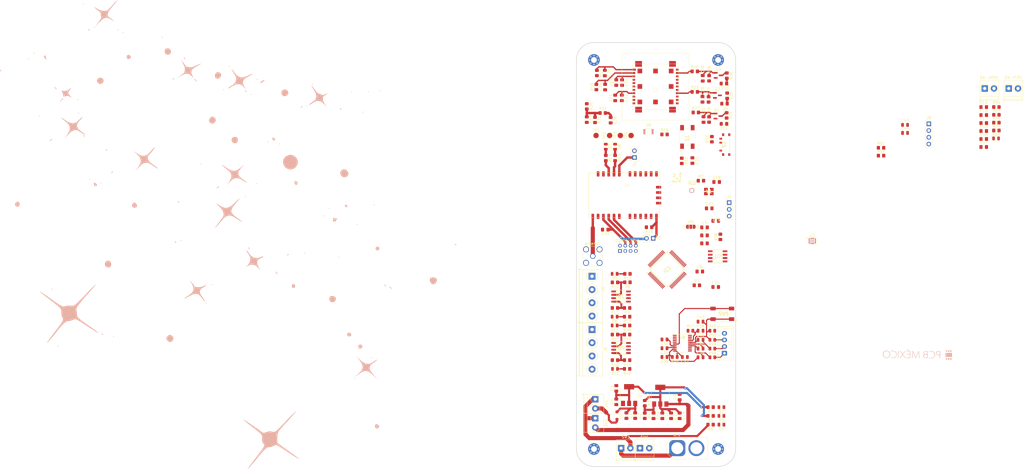
<source format=kicad_pcb>
(kicad_pcb (version 20221018) (generator pcbnew)
  (layers (0 "F.Cu" signal) (31 "B.Cu" signal) (34 "B.Paste" user) (35 "F.Paste" user) (36 "B.SilkS" user "B.Silkscreen") (37 "F.SilkS" user "F.Silkscreen") (38 "B.Mask" user) (39 "F.Mask" user) (44 "Edge.Cuts" user))
  (net 0 "")
  (net 1 "ATN")
  (net 2 "TV_GNDT")
  (net 3 "Net-(BT1-+)")
  (net 4 "GND")
  (net 5 "Net-(D1-K)")
  (net 6 "VDDIO")
  (net 7 "Net-(IC1-PH0-OSC_IN)")
  (net 8 "Net-(Y1-CRYSTAL_1)")
  (net 9 "Net-(IC1-VCAP_2)")
  (net 10 "Net-(IC1-VCAP_1)")
  (net 11 "Net-(SW2-B)")
  (net 12 "Net-(U2-ADJ)")
  (net 13 "+3.3V")
  (net 14 "RST")
  (net 15 "1.8v")
  (net 16 "VCC-TV-3.3")
  (net 17 "3v3-ldo")
  (net 18 "Net-(U5-RX)")
  (net 19 "Net-(U5-TX)")
  (net 20 "VCCA")
  (net 21 "Net-(Q2-G)")
  (net 22 "Net-(Q3-G)")
  (net 23 "Net-(Q4-G)")
  (net 24 "Net-(D1-A)")
  (net 25 "Net-(D2-A)")
  (net 26 "Net-(D3-A)")
  (net 27 "Net-(D4-A)")
  (net 28 "Net-(D5-K)")
  (net 29 "IGN1")
  (net 30 "Net-(D6-K)")
  (net 31 "IGN2")
  (net 32 "Net-(D7-A)")
  (net 33 "Net-(D8-A)")
  (net 34 "Net-(D9-K)")
  (net 35 "Net-(D10-K)")
  (net 36 "Net-(D11-K)")
  (net 41 "Net-(IC1-PH1-OSC_OUT)")
  (net 56 "Earth")
  (net 57 "Net-(U8-CAP1)")
  (net 58 "PACK+")
  (net 60 "Net-(U8-REGOUT)")
  (net 68 "Net-(U8-BAT)")
  (net 69 "Net-(U8-VC0)")
  (net 74 "Net-(U8-VC3)")
  (net 75 "Net-(U8-VC2)")
  (net 77 "Net-(U8-VC1)")
  (net 81 "stmRXT")
  (net 86 "Net-(IC1-BOOT0)")
  (net 88 "SCL")
  (net 89 "SDA")
  (net 90 "Net-(IC2-SDO)")
  (net 93 "Net-(J1-Pin_2)")
  (net 94 "Net-(J2-Pin_1)")
  (net 95 "Net-(J3-Pin_1)")
  (net 96 "Net-(U3-VDDIO)")
  (net 97 "Net-(U3-VREG)")
  (net 98 "VCCB")
  (net 99 "Net-(D14-A)")
  (net 100 "V-IGN")
  (net 101 "T1")
  (net 102 "T2")
  (net 103 "Net-(Q1-G1)")
  (net 104 "Net-(Q1-G2)")
  (net 105 "Net-(Q2-D)")
  (net 106 "Net-(Q3-D)")
  (net 107 "Net-(Q4-D)")
  (net 108 "+12V")
  (net 109 "Net-(U4-{slash}RX_IND)")
  (net 110 "Net-(U4-{slash}TX_IND)")
  (net 111 "RX-GNSS-3V3")
  (net 112 "TX-GNSS-1V8")
  (net 113 "CTS-GNSS-3v3")
  (net 114 "+1V8")
  (net 115 "wkp")
  (net 116 "1pps")
  (net 117 "Net-(S1-NO_1)")
  (net 118 "Net-(R33-Pad1)")
  (net 119 "ON-OFF")
  (net 120 "1V8")
  (net 121 "Net-(SW-ARM1A-A)")
  (net 124 "CS2")
  (net 129 "Net-(U5-{slash}CTS)")
  (net 130 "Net-(U6-B1)")
  (net 131 "HIRQ1V8")
  (net 134 "SCL1V8")
  (net 135 "SDA1V8")
  (net 138 "RST1V8")
  (net 142 "TXD")
  (net 143 "RXT")
  (net 151 "RTS-1V8")
  (net 160 "TX-GNSS-3V3")
  (net 161 "MISO2")
  (net 163 "MOSI2")
  (net 164 "SCK2")
  (net 166 "stmTXD")
  (net 167 "Net-(D12-K)")
  (net 168 "EYECCION1")
  (net 169 "Net-(D13-K)")
  (net 170 "EYECCION2")
  (net 171 "SCK")
  (net 172 "MOSI")
  (net 173 "CS")
  (net 174 "SWDIO")
  (net 175 "SWCLK")
  (net 176 "MISO")
  (net 177 "EY1")
  (net 178 "EY2")
  (net 179 "Net-(Q5-G1)")
  (net 180 "Net-(Q5-G2)")
  (net 181 "PACK-")
  (net 182 "CELL_3")
  (net 183 "CELL_2")
  (net 184 "CELL_1")
  (net 187 "Net-(SW5-A)")
  (net 191 "GPIO")
  (footprint "TerminalBlock_Phoenix:TerminalBlock_Phoenix_PT-1,5-4-5.0-H_1x04_P5.00mm_Horizontal" (layer "F.Cu") (at 39.878 111.031 -90)
    (fp_text reference "J5")
    (fp_text value "Screw_Terminal_01x04")
  )
  (footprint "Capacitor_SMD:C_0805_2012Metric_Pad1.18x1.45mm_HandSolder" (layer "F.Cu") (at 187.5125 62.235)
    (fp_text reference "C47")
    (fp_text value "100nf")
  )
  (footprint "MountingHole:MountingHole_2.2mm_M2_Pad_Via" (layer "F.Cu") (at 40.6 29.4)
    (fp_text reference "GNDSCREW2" hide)
    (fp_text value "Conn_01x01_Male" hide)
  )
  (footprint "Capacitor_SMD:C_0805_2012Metric_Pad1.18x1.45mm_HandSolder" (layer "F.Cu") (at 51.1005 43.6875 -90)
    (fp_text reference "C22")
    (fp_text value "4.7uf")
  )
  (footprint "space:NX3225GA16000MSTDCRG1" (layer "F.Cu") (at 83.904 79.032)
    (fp_text reference "Y1")
    (fp_text value "NX3225GA-16.000M-STD-CRG-1" hide)
  )
  (footprint "Connector_Coaxial:SMA_Wurth_60312002114503_Vertical" (layer "F.Cu") (at 40.164 103.41)
    (fp_text reference "antena1")
    (fp_text value "Conn_Coaxial")
  )
  (footprint "Diode_SMD:D_SOD-123F" (layer "F.Cu") (at 49.276 163.6005 -90)
    (fp_text reference "D1")
    (fp_text value "1N5400" hide)
  )
  (footprint "Resistor_SMD:R_0805_2012Metric_Pad1.20x1.40mm_HandSolder" (layer "F.Cu") (at 48.522 113.324)
    (fp_text reference "R10")
    (fp_text value "0" hide)
  )
  (footprint "Capacitor_SMD:C_0805_2012Metric" (layer "F.Cu") (at 80.772 138.303)
    (fp_text reference "C40")
    (fp_text value "1u" hide)
  )
  (footprint "Capacitor_SMD:C_0805_2012Metric" (layer "F.Cu") (at 80.772 128.143 180)
    (fp_text reference "C42")
    (fp_text value "1u" hide)
  )
  (footprint "Capacitor_SMD:C_0805_2012Metric_Pad1.18x1.45mm_HandSolder" (layer "F.Cu") (at 187.5125 50.195)
    (fp_text reference "C16")
    (fp_text value "100nf")
  )
  (footprint "Capacitor_SMD:C_0805_2012Metric_Pad1.18x1.45mm_HandSolder" (layer "F.Cu") (at 69.66 163.655 -90)
    (fp_text reference "C12")
    (fp_text value "1uf" hide)
  )
  (footprint "LED_SMD:LED_0805_2012Metric_Pad1.15x1.40mm_HandSolder" (layer "F.Cu") (at 89.8005 45.8925 180)
    (fp_text reference "D9")
    (fp_text value "LED_Small")
  )
  (footprint "Resistor_SMD:R_0805_2012Metric_Pad1.20x1.40mm_HandSolder" (layer "F.Cu") (at 41.0005 52.0125 -90)
    (fp_text reference "R21")
    (fp_text value "1.8k")
  )
  (footprint "Connector_PinHeader_2.54mm:PinHeader_1x04_P2.54mm_Vertical" (layer "F.Cu") (at 166.8175 53.5)
    (fp_text reference "J8")
    (fp_text value "JTAG")
  )
  (footprint "Capacitor_SMD:C_0805_2012Metric_Pad1.18x1.45mm_HandSolder" (layer "F.Cu") (at 49.0005 37.9125 -90)
    (fp_text reference "C23")
    (fp_text value "100pf")
  )
  (footprint "Capacitor_SMD:C_0805_2012Metric_Pad1.18x1.45mm_HandSolder" (layer "F.Cu") (at 37.9005 51.9125 -90)
    (fp_text reference "C27")
    (fp_text value "100nf")
  )
  (footprint "Capacitor_SMD:C_0805_2012Metric_Pad1.18x1.45mm_HandSolder" (layer "F.Cu") (at 81.5005 44.2425 -90)
    (fp_text reference "C29")
    (fp_text value "100pf")
  )
  (footprint "LED_SMD:LED_0805_2012Metric" (layer "F.Cu") (at 88.63 167.005 180)
    (fp_text reference "D4")
    (fp_text value "LED_Small" hide)
  )
  (footprint "Capacitor_SMD:C_0805_2012Metric_Pad1.18x1.45mm_HandSolder" (layer "F.Cu") (at 66.358 163.655 -90)
    (fp_text reference "C11")
    (fp_text value "100nf" hide)
  )
  (footprint "Connector_PinHeader_2.54mm:PinHeader_1x02_P2.54mm_Vertical" (layer "F.Cu") (at 55.864 66.21 180)
    (fp_text reference "J2")
    (fp_text value "header rst")
  )
  (footprint "space:SW-WURT" (layer "F.Cu") (at 90.45 61.35 -90)
    (fp_text reference "S2")
    (fp_text value "SW-WURT" hide)
  )
  (footprint "Package_TO_SOT_SMD:SOT-223-3_TabPin2" (layer "F.Cu") (at 65.596 156.083 90)
    (fp_text reference "U2")
    (fp_text value "TLV1117-ADJ" hide)
  )
  (footprint "LED_SMD:LED_0805_2012Metric" (layer "F.Cu") (at 48.387 110.109 180)
    (fp_text reference "D5")
    (fp_text value "LED_Small" hide)
  )
  (footprint "Resistor_SMD:R_0805_2012Metric_Pad1.20x1.40mm_HandSolder" (layer "F.Cu") (at 73.7 67.45 -90)
    (fp_text reference "R32")
    (fp_text value "10k")
  )
  (footprint "Resistor_SMD:R_0805_2012Metric_Pad1.20x1.40mm_HandSolder" (layer "F.Cu") (at 85.05 59.3 90)
    (fp_text reference "R33")
    (fp_text value "10k")
  )
  (footprint "LED_SMD:LED_0805_2012Metric_Pad1.15x1.40mm_HandSolder" (layer "F.Cu") (at 89.6005 53.5125 180)
    (fp_text reference "D11")
    (fp_text value "LED_Small")
  )
  (footprint "Resistor_SMD:R_0805_2012Metric_Pad1.20x1.40mm_HandSolder" (layer "F.Cu") (at 61.364 92.51 180)
    (fp_text reference "R16")
    (fp_text value "220")
  )
  (footprint "Capacitor_SMD:C_0805_2012Metric_Pad1.18x1.45mm_HandSolder" (layer "F.Cu") (at 82.2675 92.586)
    (fp_text reference "C5")
    (fp_text value "6pf")
  )
  (footprint "Resistor_SMD:R_0805_2012Metric_Pad1.20x1.40mm_HandSolder" (layer "F.Cu") (at 84.566 160.401 180)
    (fp_text reference "R1")
    (fp_text value "220" hide)
  )
  (footprint "Capacitor_SMD:C_0805_2012Metric_Pad1.18x1.45mm_HandSolder" (layer "F.Cu") (at 51.2005 37.9125 -90)
    (fp_text reference "C24")
    (fp_text value "4.7uf")
  )
  (footprint "Capacitor_SMD:C_0805_2012Metric_Pad1.18x1.45mm_HandSolder" (layer "F.Cu") (at 56.134 163.6005 -90)
    (fp_text reference "C2")
    (fp_text value "100nf" hide)
  )
  (footprint "space:STM32H503RBT6" (layer "F.Cu") (at 68.199 108.458 45)
    (fp_text reference "IC1")
    (fp_text value "STM32H503RBT6" hide)
  )
  (footprint "Capacitor_SMD:C_0805_2012Metric_Pad1.18x1.45mm_HandSolder" (layer "F.Cu") (at 49.022 158.3905 -90)
    (fp_text reference "C4")
    (fp_text value "100nf" hide)
  )
  (footprint "Resistor_SMD:R_0805_2012Metric_Pad1.20x1.40mm_HandSolder" (layer "F.Cu") (at 80.917 74.955)
    (fp_text reference "R2")
    (fp_text value "50")
  )
  (footprint "Capacitor_SMD:C_0805_2012Metric_Pad1.18x1.45mm_HandSolder" (layer "F.Cu") (at 81.9005 51.875 -90)
    (fp_text reference "C31")
    (fp_text value "100pf")
  )
  (footprint "Resistor_SMD:R_0805_2012Metric_Pad1.20x1.40mm_HandSolder" (layer "F.Cu") (at 45.064 66.41 -90)
    (fp_text reference "R14")
    (fp_text value "220")
  )
  (footprint "Resistor_SMD:R_0805_2012Metric_Pad1.20x1.40mm_HandSolder" (layer "F.Cu") (at 84.566 167.005)
    (fp_text reference "R6")
    (fp_text value "420" hide)
  )
  (footprint "space:BMP390" (layer "F.Cu") (at 77.472 78.63)
    (fp_text reference "IC2")
    (fp_text value "BMP390" hide)
  )
  (footprint "Resistor_SMD:R_0805_2012Metric_Pad1.20x1.40mm_HandSolder" (layer "F.Cu") (at 88.2435 96.139 90)
    (fp_text reference "R38")
    (fp_text value "10k")
  )
  (footprint "space:SOIC127P600X175-8M" (layer "F.Cu") (at 50.808 138.089)
    (fp_text reference "Q5")
    (fp_text value "DMN2041LSD-13" hide)
  )
  (footprint "Resistor_SMD:R_0805_2012Metric_Pad1.20x1.40mm_HandSolder" (layer "F.Cu") (at 48.514 133.009)
    (fp_text reference "R41")
    (fp_text value "0" hide)
  )
  (footprint "Capacitor_SMD:C_0805_2012Metric_Pad1.18x1.45mm_HandSolder" (layer "F.Cu") (at 187.5125 47.185)
    (fp_text reference "C15")
    (fp_text value "100nf")
  )
  (footprint "Connector_AMASS:AMASS_XT60-M_1x02_P7.20mm_Vertical" (layer "F.Cu") (at 72 175.873)
    (fp_text reference "BT1")
    (fp_text value "Battery")
  )
  (footprint "Resistor_SMD:R_0805_2012Metric_Pad1.20x1.40mm_HandSolder" (layer "F.Cu") (at 53.086 129.58 180)
    (fp_text reference "R39")
    (fp_text value "220" hide)
  )
  (footprint "LED_SMD:LED_0805_2012Metric" (layer "F.Cu") (at 48.514 145.963 180)
    (fp_text reference "D13")
    (fp_text value "LED_Small" hide)
  )
  (footprint "MountingHole:MountingHole_2.2mm_M2_Pad_Via" (layer "F.Cu") (at 87.4 176.2)
    (fp_text reference "GNDSCREW3" hide)
    (fp_text value "Conn_01x01_Male" hide)
  )
  (footprint "Resistor_SMD:R_0805_2012Metric_Pad1.20x1.40mm_HandSolder" (layer "F.Cu") (at 79.0005 49.2125)
    (fp_text reference "R27")
    (fp_text value "10k")
  )
  (footprint "Connector_JST:JST_XH_B4B-XH-A_1x04_P2.50mm_Vertical" (layer "F.Cu") (at 89.789 140.041 90)
    (fp_text reference "J7")
    (fp_text value "Conn_01x04_Socket")
  )
  (footprint "space:tarvos-iii" (layer "F.Cu") (at 52.324 82.55)
    (fp_text reference "U4")
    (fp_text value "TARVOS_III")
  )
  (footprint "Capacitor_SMD:C_0805_2012Metric_Pad1.18x1.45mm_HandSolder" (layer "F.Cu") (at 46.9005 52.1125 -90)
    (fp_text reference "C28")
    (fp_text value "100nf")
  )
  (footprint "Resistor_SMD:R_0805_2012Metric_Pad1.20x1.40mm_HandSolder" (layer "F.Cu") (at 83.8005 44.28 -90)
    (fp_text reference "R24")
    (fp_text value "100k")
  )
  (footprint "Capacitor_SMD:C_0805_2012Metric_Pad1.18x1.45mm_HandSolder" (layer "F.Cu") (at 49.022 153.3105 90)
    (fp_text reference "C3")
    (fp_text value "10uf" hide)
  )
  (footprint "Capacitor_SMD:C_0805_2012Metric_Pad1.18x1.45mm_HandSolder" (layer "F.Cu") (at 86.487 115.062)
    (fp_text reference "C14")
    (fp_text value "C_Small")
  )
  (footprint "Capacitor_SMD:C_0805_2012Metric" (layer "F.Cu") (at 67.183 134.874)
    (fp_text reference "C34")
    (fp_text value "1u" hide)
  )
  (footprint "Resistor_SMD:R_0805_2012Metric_Pad1.20x1.40mm_HandSolder" (layer "F.Cu") (at 90.6005 50.3125 90)
    (fp_text reference "R31")
    (fp_text value "2.2k")
  )
  (footprint "Resistor_SMD:R_0805_2012Metric_Pad1.20x1.40mm_HandSolder" (layer "F.Cu") (at 43.9005 49.4125)
    (fp_text reference "R22")
    (fp_text value "1.5k")
  )
  (footprint "space:Erinome-l" (layer "F.Cu") (at 55.1655 30.8775)
    (fp_text reference "U5" hide)
    (fp_text value "ERINOME-l")
  )
  (footprint "Resistor_SMD:R_0805_2012Metric_Pad1.20x1.40mm_HandSolder" (layer "F.Cu") (at 53.086 122.976)
    (fp_text reference "R9")
    (fp_text value "10k" hide)
  )
  (footprint "Package_TO_SOT_SMD:SOT-223-3_TabPin2" (layer "F.Cu") (at 53.848 155.8505 90)
    (fp_text reference "U1")
    (fp_text value "LD1117S33TR_SOT223" hide)
  )
  (footprint "Connector_PinHeader_2.54mm:PinHeader_1x02_P2.54mm_Vertical" (layer "F.Cu") (at 62.939 96.71 -90)
    (fp_text reference "J3")
    (fp_text value "Conn_01x02_Pin")
  )
  (footprint "TestPoint:TestPoint_Pad_D2.0mm" (layer "F.Cu") (at 50.55 57.9 90)
    (fp_text reference "TP3")
    (fp_text value "1v8")
  )
  (footprint "Capacitor_SMD:C_0805_2012Metric" (layer "F.Cu") (at 67.183 141.478 180)
    (fp_text reference "C35")
    (fp_text value "1u" hide)
  )
  (footprint "Resistor_SMD:R_0805_2012Metric_Pad1.20x1.40mm_HandSolder" (layer "F.Cu") (at 78.6005 41.4425)
    (fp_text reference "R23")
    (fp_text value "10k")
  )
  (footprint "LED_SMD:LED_0805_2012Metric" (layer "F.Cu") (at 88.63 160.401 180)
    (fp_text reference "D2")
    (fp_text value "LED" hide)
  )
  (footprint "LED_SMD:LED_0805_2012Metric" (layer "F.Cu") (at 192.1625 59)
    (fp_text reference "D14")
    (fp_text value "LED")
  )
  (footprint "LED_SMD:LED_0805_2012Metric_Pad1.15x1.40mm_HandSolder" (layer "F.Cu") (at 89.5755 38.3125 180)
    (fp_text reference "D10")
    (fp_text value "LED_Small")
  )
  (footprint "Capacitor_SMD:C_0805_2012Metric_Pad1.18x1.45mm_HandSolder" (layer "F.Cu") (at 48.6005 43.7125 -90)
    (fp_text reference "C21")
    (fp_text value "100pf")
  )
  (footprint "space:PSB-WURT" (layer "F.Cu") (at 88.971 125.19 180)
    (fp_text reference "SW5")
    (fp_text value "SW_MEC_5E" hide)
  )
  (footprint "Capacitor_SMD:C_0805_2012Metric_Pad1.18x1.45mm_HandSolder" (layer "F.Cu") (at 187.5125 59.225)
    (fp_text reference "C46")
    (fp_text value "100nf")
  )
  (footprint "LED_SMD:LED_0805_2012Metric" (layer "F.Cu") (at 48.387 126.278 180)
    (fp_text reference "D6")
    (fp_text value "LED_Small" hide)
  )
  (footprint "Resistor_SMD:R_0805_2012Metric_Pad1.20x1.40mm_HandSolder" (layer "F.Cu") (at 90.6755 35.3125 90)
    (fp_text reference "R30")
    (fp_text value "1k")
  )
  (footprint "Resistor_SMD:R_0805_2012Metric_Pad1.20x1.40mm_HandSolder" (layer "F.Cu") (at 79.391 114.427)
    (fp_text reference "R7")
    (fp_text value "100k")
  )
  (footprint "LED_SMD:LED_0805_2012Metric" (layer "F.Cu") (at 45.064 62.11 -90)
    (fp_text reference "D7")
    (fp_text value "LED")
  )
  (footprint "Jumper:SolderJumper-3_P1.3mm_Open_RoundedPad1.0x1.5mm_NumberLabels" (layer "F.Cu") (at 77.089 92.329)
    (fp_text reference "JP1")
    (fp_text value "Jumper_3_Open")
  )
  (footprint "Resistor_SMD:R_0805_2012Metric_Pad1.20x1.40mm_HandSolder" (layer "F.Cu") (at 90.8005 42.8925 90)
    (fp_text reference "R25")
    (fp_text value "2.2k")
  )
  (footprint "Capacitor_SMD:C_0805_2012Metric" (layer "F.Cu") (at 80.772 135.001 180)
    (fp_text reference "C41")
    (fp_text value "1u" hide)
  )
  (footprint "Capacitor_SMD:C_0805_2012Metric_Pad1.18x1.45mm_HandSolder" (layer "F.Cu") (at 80.4965 109.22)
    (fp_text reference "C8")
    (fp_text value "6pf")
  )
  (footprint "Capacitor_SMD:C_0805_2012Metric_Pad1.18x1.45mm_HandSolder" (layer "F.Cu") (at 82.2675 95.596)
    (fp_text reference "C6")
    (fp_text value "6pf")
  )
  (footprint "Capacitor_SMD:C_0805_2012Metric_Pad1.18x1.45mm_HandSolder" (layer "F.Cu") (at 72.898 163.655 -90)
    (fp_text reference "C13")
    (fp_text value "100uf" hide)
  )
  (footprint "Resistor_SMD:R_0805_2012Metric_Pad1.20x1.40mm_HandSolder" (layer "F.Cu") (at 53.213 110.109 180)
    (fp_text reference "R12")
    (fp_text value "220" hide)
  )
  (footprint "space:SOIC127P600X175-8M" (layer "F.Cu") (at 50.808 118.658)
    (fp_text reference "Q1")
    (fp_text value "DMN2041LSD-13" hide)
  )
  (footprint "Capacitor_SMD:C_0805_2012Metric" (layer "F.Cu") (at 80.772 141.605)
    (fp_text reference "C39")
    (fp_text value "1u" hide)
  )
  (footprint "TerminalBlock_Phoenix:TerminalBlock_Phoenix_PT-1,5-2-3.5-H_1x02_P3.50mm_Horizontal" (layer "F.Cu") (at 57.94 175.873)
    (fp_text reference "SW4")
    (fp_text value "RST")
  )
  (footprint "Capacitor_SMD:C_0805_2012Metric_Pad1.18x1.45mm_HandSolder" (layer "F.Cu") (at 81.6005 36.3125 -90)
    (fp_text reference "C30")
    (fp_text value "100pf")
  )
  (footprint "MountingHole:MountingHole_2.2mm_M2_Pad_Via" (layer "F.Cu") (at 87.4 29.399999)
    (fp_text reference "GNDSCREW1" hide)
    (fp_text value "Conn_01x01_Male" hide)
  )
  (footprint "Resistor_SMD:R_0805_2012Metric_Pad1.20x1.40mm_HandSolder" (layer "F.Cu") (at 48.564 66.41 -90)
    (fp_text reference "R15")
    (fp_text value "220")
  )
  (footprint "Resistor_SMD:R_0805_2012Metric_Pad1.20x1.40mm_HandSolder" (layer "F.Cu") (at 192.2925 53.055)
    (fp_text reference "R36")
    (fp_text value "1.5k")
  )
  (footprint "Resistor_SMD:R_0805_2012Metric_Pad1.20x1.40mm_HandSolder" (layer "F.Cu") (at 148.8075 62.55)
    (fp_text reference "R51")
    (fp_text value "4.7k")
  )
  (footprint "Package_TO_SOT_SMD:SOT-23" (layer "F.Cu") (at 87.4255 35.2125)
    (fp_text reference "Q3")
    (fp_text value "BSS138")
  )
  (footprint "Resistor_SMD:R_0805_2012Metric" (layer "F.Cu") (at 85.217 135.001)
    (fp_text reference "R50")
    (fp_text value "100" hide)
  )
  (footprint "Resistor_SMD:R_0805_2012Metric_Pad1.20x1.40mm_HandSolder" (layer "F.Cu") (at 41.5005 39.6125 90)
    (fp_text reference "R18")
    (fp_text value "100")
  )
  (footprint "Capacitor_SMD:C_0805_2012Metric_Pad1.18x1.45mm_HandSolder" (layer "F.Cu") (at 63.056 163.655 -90)
    (fp_text reference "C10")
    (fp_text value "100nf" hide)
  )
  (footprint "Resistor_SMD:R_0805_2012Metric_Pad1.20x1.40mm_HandSolder" (layer "F.Cu") (at 192.2925 56.005)
    (fp_text reference "R37")
    (fp_text value "330")
  )
  (footprint "Resistor_SMD:R_0805_2012Metric" (layer "F.Cu") (at 76.962 131.572 180)
    (fp_text reference "R47")
    (fp_text value "100" hide)
  )
  (footprint "LED_SMD:LED_0805_2012Metric" (layer "F.Cu") (at 48.564 62.11 -90)
    (fp_text reference "D8")
    (fp_text value "LED")
  )
  (footprint "Capacitor_SMD:C_0805_2012Metric_Pad1.18x1.45mm_HandSolder" (layer "F.Cu") (at 72.898 156.591 90)
    (fp_text reference "C9")
    (fp_text value "100nf" hide)
  )
  (footprint "Connector_PinHeader_2.00mm:PinHeader_2x04_P2.00mm_Vertical" (layer "F.Cu") (at 50.404 101.47 90)
    (fp_text reference "COMM-TRV1")
    (fp_text value "Conn_02x04_Odd_Even")
  )
  (footprint "TerminalBlock_Phoenix:TerminalBlock_Phoenix_PT-1,5-2-3.5-H_1x02_P3.50mm_Horizontal" (layer "F.Cu") (at 196.9325 40.155)
    (fp_text reference "SW-PIR1")
    (fp_text value "on-bt1")
  )
  (footprint "Resistor_SMD:R_0805_2012Metric_Pad1.20x1.40mm_HandSolder" (layer "F.Cu") (at 37.9005 46.9125 -90)
    (fp_text reference "R20")
    (fp_text value "0")
  )
  (footprint "TerminalBlock_Phoenix:TerminalBlock_Phoenix_PT-1,5-2-3.5-H_1x02_P3.50mm_Horizontal" (layer "F.Cu") (at 50.84 175.873)
    (fp_text reference "SW3")
    (fp_text value "MAIN")
  )
  (footprint "Resistor_SMD:R_0805_2012Metric" (layer "F.Cu") (at 85.217 131.572 180)
    (fp_text reference "R45")
    (fp_text value "10k" hide)
  )
  (footprint "space:BHI360" (layer "F.Cu") (at 122.9 97.6856)
    (fp_text reference "U3")
    (fp_text value "BHI360" hide)
  )
  (footprint "Resistor_SMD:R_0805_2012Metric_Pad1.20x1.40mm_HandSolder" (layer "F.Cu") (at 84.0005 51.875 -90)
    (fp_text reference "R29")
    (fp_text value "100k")
  )
  (footprint "Capacitor_SMD:C_0805_2012Metric" (layer "F.Cu") (at 80.772 131.572)
    (fp_text reference "C38")
    (fp_text value "1u" hide)
  )
  (footprint "Capacitor_SMD:C_0805_2012Metric_Pad1.18x1.45mm_HandSolder" (layer "F.Cu") (at 187.5125 56.215)
    (fp_text reference "C45")
    (fp_text value "220nf")
  )
  (footprint "TerminalBlock_Phoenix:TerminalBlock_Phoenix_PT-1,5-4-5.0-H_1x04_P5.00mm_Horizontal" (layer "F.Cu") (at 39.886 131.104 -90)
    (fp_text reference "J6")
    (fp_text value "Screw_Terminal_01x04")
  )
  (footprint "Resistor_SMD:R_0805_2012Metric_Pad1.20x1.40mm_HandSolder" (layer "F.Cu") (at 59.754 163.655 -90)
    (fp_text reference "R4")
    (fp_text value "196" hide)
  )
  (footprint "Capacitor_SMD:C_0805_2012Metric_Pad1.18x1.45mm_HandSolder" (layer "F.Cu") (at 52.832 163.6005 -90)
    (fp_text reference "C1")
    (fp_text value "10uf" hide)
  )
  (footprint "TestPoint:TestPoint_Pad_D2.0mm" (layer "F.Cu") (at 46.5 57.9 90)
    (fp_text reference "TP2")
    (fp_text value "GND")
  )
  (footprint "Resistor_SMD:R_0805_2012Metric_Pad1.20x1.40mm_HandSolder" (layer "F.Cu") (at 84.0005 36.3125 -90)
    (fp_text reference "R28")
    (fp_text value "100k")
  )
  (footprint "Capacitor_SMD:C_0805_2012Metric_Pad1.18x1.45mm_HandSolder" (layer "F.Cu") (at 86.505 90.086)
    (fp_text reference "C19")
    (fp_text value "100nf")
  )
  (footprint "Resistor_SMD:R_0805_2012Metric_Pad1.20x1.40mm_HandSolder" (layer "F.Cu") (at 84.566 163.703)
    (fp_text reference "R5")
    (fp_text value "220" hide)
  )
  (footprint "Connector_PinHeader_2.54mm:PinHeader_1x03_P2.54mm_Vertical" (layer "F.Cu") (at 91.5675 83.236)
    (fp_text reference "J1")
    (fp_text value "Conn_01x03_Pin")
  )
  (footprint "Capacitor_SMD:C_0805_2012Metric" (layer "F.Cu") (at 157.8575 53.91)
    (fp_text reference "C43")
    (fp_text value ".1uF")
  )
  (footprint "Resistor_SMD:R_0805_2012Metric_Pad1.20x1.40mm_HandSolder" (layer "F.Cu") (at 53.086 142.661)
    (fp_text reference "R44")
    (fp_text value "10k" hide)
  )
  (footprint "Resistor_SMD:R_0805_2012Metric_Pad1.20x1.40mm_HandSolder" (layer "F.Cu") (at 41.7005 34.3125 90)
    (fp_text reference "R17")
    (fp_text value "100")
  )
  (footprint "Resistor_SMD:R_0805_2012Metric_Pad1.20x1.40mm_HandSolder" (layer "F.Cu") (at 67.2 57.5)
    (fp_text reference "R19")
    (fp_text value "10k")
  )
  (footprint "TestPoint:TestPoint_Pad_D2.0mm" (layer "F.Cu") (at 54.6 57.9 90)
    (fp_text reference "TP4")
    (fp_text value "RTS")
  )
  (footprint "LED_SMD:LED_0805_2012Metric" (layer "F.Cu") (at 48.387 129.58 180)
    (fp_text reference "D12")
    (fp_text value "LED_Small" hide)
  )
  (footprint "Capacitor_SMD:C_0805_2012Metric_Pad1.18x1.45mm_HandSolder" (layer "F.Cu") (at 82.2675 98.606)
    (fp_text reference "C7")
    (fp_text value "6pf")
  )
  (footprint "Capacitor_SMD:C_0805_2012Metric_Pad1.18x1.45mm_HandSolder" (layer "F.Cu") (at 44.8005 39.6125 90)
    (fp_text reference "C26")
    (fp_text value "18pf")
  )
  (footprint "Resistor_SMD:R_0805_2012Metric" (layer "F.Cu") (at 85.217 141.605)
    (fp_text reference "R48")
    (fp_text value "100" hide)
  )
  (footprint "TestPoint:TestPoint_Pad_D2.0mm" (layer "F.Cu") (at 41.4 57.9)
    (fp_text reference "TP1")
    (fp_text value "CTS")
  )
  (footprint "Resistor_SMD:R_0805_2012Metric_Pad1.20x1.40mm_HandSolder" (layer "F.Cu") (at 48.514 122.976)
    (fp_text reference "R11")
    (fp_text value "0" hide)
  )
  (footprint "Capacitor_SMD:C_0805_2012Metric" (layer "F.Cu") (at 67.183 138.176)
    (fp_text reference "C36")
    (fp_text value "4.7u" hide)
  )
  (footprint "Resistor_SMD:R_0805_2012Metric_Pad1.20x1.40mm_HandSolder" (layer "F.Cu") (at 53.086 145.963)
    (fp_text reference "R40")
    (fp_text value "220" hide)
  )
  (footprint "TerminalBlock_Phoenix:TerminalBlock_Phoenix_PT-1,5-2-3.5-H_1x02_P3.50mm_Horizontal" (layer "F.Cu") (at 187.8825 40.155)
    (fp_text reference "SW-ARM1")
    (fp_text value "on-bt1")
  )
  (footprint "Capacitor_SMD:C_0805_2012Metric_Pad1.18x1.45mm_HandSolder" (layer "F.Cu") (at 44.7005 34.3125 90)
    (fp_text reference "C25")
    (fp_text value "18pf")
  )
  (footprint "Capacitor_SMD:C_0805_2012Metric" (layer "F.Cu") (at 157.8575 56.92)
    (fp_text reference "C44")
    (fp_text value "47uF")
  )
  (footprint "space:PSB-WURT" (layer "F.Cu") (at 75.8 58.45 90)
    (fp_text reference "S1")
    (fp_text value "PSB-WURT" hide)
  )
  (footprint "Resistor_SMD:R_0805_2012Metric_Pad1.20x1.40mm_HandSolder" (layer "F.Cu") (at 59.754 158.893 -90)
    (fp_text reference "R3")
    (fp_text value "120" hide)
  )
  (footprint "Capacitor_SMD:C_0805_2012Metric_Pad1.18x1.45mm_HandSolder" (layer "F.Cu") (at 44.864 93.41)
    (fp_text reference "C20")
    (fp_text value "100uF")
  )
  (footprint "Resistor_SMD:R_0805_2012Metric_Pad1.20x1.40mm_HandSolder" (layer "F.Cu") (at 148.8075 65.5)
    (fp_text reference "R52")
    (fp_text value "4.7k")
  )
  (footprint "TerminalBlock_Phoenix:TerminalBlock_Phoenix_PT-1,5-2-3.5-H_1x02_P3.50mm_Horizontal" (layer "F.Cu") (at 41.1 157.409 -90)
    (fp_text reference "SW1")
    (fp_text value "MAIN")
  )
  (footprint "Resistor_SMD:R_0805_2012Metric_Pad1.20x1.40mm_HandSolder" (layer "F.Cu") (at 53.086 126.278)
    (fp_text reference "R13")
    (fp_text value "220" hide)
  )
  (footprint "Resistor_SMD:R_0805_2012Metric_Pad1.20x1.40mm_HandSolder" (layer "F.Cu") (at 53.086 133.009)
    (fp_text reference "R43")
    (fp_text value "10k" hide)
  )
  (footprint "Resistor_SMD:R_0805_2012Metric_Pad1.20x1.40mm_HandSolder" (layer "F.Cu") (at 192.2925 50.105)
    (fp_text reference "R35")
    (fp_text value "1.8k")
  )
  (footprint "Resistor_SMD:R_0805_2012Metric_Pad1.20x1.40mm_HandSolder" (layer "F.Cu") (at 53.213 113.284)
    (fp_text reference "R8")
    (fp_text value "10k" hide)
  )
  (footprint "Capacitor_SMD:C_0805_2012Metric_Pad1.18x1.45mm_HandSolder" (layer "F.Cu") (at 77.7 67.35 -90)
    (fp_text reference "C32")
    (fp_text value "1uf")
  )
  (footprint "TerminalBlock_Phoenix:TerminalBlock_Phoenix_PT-1,5-2-3.5-H_1x02_P3.50mm_Horizontal" (layer "F.Cu") (at 41.1 164.573 -90)
    (fp_text reference "SW2")
    (fp_text value "TRV-PWR")
  )
  (footprint "Package_SO:TSSOP-20_4.4x6.5mm_P0.65mm" (layer "F.Cu") (at 73.914 136.271)
    (fp_text reference "U8")
    (fp_text value "BQ76920PW" hide)
  )
  (footprint "Resistor_SMD:R_0805_2012Metric_Pad1.20x1.40mm_HandSolder" (layer "F.Cu") (at 48.514 142.661)
    (fp_text reference "R42")
    (fp_text value "0" hide)
  )
  (footprint "Package_TO_SOT_SMD:SOT-23" (layer "F.Cu") (at 87.338 50.5625)
    (fp_text reference "Q4")
    (fp_text value "BSS138")
  )
  (footprint "Package_SO:VSSOP-8_2.4x2.1mm_P0.5mm" (layer "F.Cu") (at 61.15 56.45)
    (fp_text reference "U6")
    (fp_text value "TXB0102DCU")
  )
  (footprint "Capacitor_SMD:C_0805_2012Metric_Pad1.18x1.45mm_HandSolder" (layer "F.Cu") (at 86.8465 75.438)
    (fp_text reference "C18")
    (fp_text value "100nf")
  )
  (footprint "Capacitor_SMD:C_0805_2012Metric_Pad1.18x1.45mm_HandSolder" (layer "F.Cu") (at 84.0425 85.396)
    (fp_text reference "C33")
    (fp_text value "100nF")
  )
  (footprint "Capacitor_SMD:C_0805_2012Metric_Pad1.18x1.45mm_HandSolder" (layer "F.Cu") (at 187.5125 53.205)
    (fp_text reference "C17")
    (fp_text value "1uf")
  )
  (footprint "Resistor_SMD:R_0805_2012Metric" (layer "F.Cu") (at 85.217 138.303)
    (fp_text reference "R49")
    (fp_text value "100" hide)
  )
  (footprint "Resistor_SMD:R_0805_2012Metric_Pad1.20x1.40mm_HandSolder" (layer "F.Cu") (at 78.6005 33.7125)
    (fp_text reference "R26")
    (fp_text value "10k")
  )
  (footprint "MountingHole:MountingHole_2.2mm_M2_Pad_Via" (layer "F.Cu") (at 40.599999 176.2)
    (fp_text reference "GNDSCREW4" hide)
    (fp_text value "Conn_01x01_Male" hide)
  )
  (footprint "Resistor_SMD:R_0805_2012Metric" (layer "F.Cu") (at 71.054 141.478 180)
    (fp_text reference "R46")
    (fp_text value "100" hide)
  )
  (footprint "Package_TO_SOT_SMD:SOT-23" (layer "F.Cu") (at 87.138 42.7625)
    (fp_text reference "Q2")
    (fp_text value "BSS138")
  )
  (footprint "Capacitor_SMD:C_0805_2012Metric" (layer "F.Cu") (at 74.864 141.478 180)
    (fp_text reference "C37")
    (fp_text value "10u" hide)
  )
  (footprint "Resistor_SMD:R_0805_2012Metric_Pad1.20x1.40mm_HandSolder" (layer "F.Cu") (at 192.2925 47.155)
    (fp_text reference "R34")
    (fp_text value "0")
  )
  (footprint "space:SOIC127P600X175-8M" (layer "F.Cu") (at 87.2215 103.505)
    (fp_text reference "U7")
    (fp_text value "W25Q128JVS" hide)
  )
  (footprint "LED_SMD:LED_0805_2012Metric" (layer "F.Cu") (at 88.63 163.703 180)
    (fp_text reference "D3")
    (fp_text value "LED_Small" hide)
  )
  (footprint "space:cielo" (layer "B.Cu") (at -90.971285 64.77212)
    (fp_text reference "G***" hide)
    (fp_text value "LOGO" hide)
  )
  (footprint "space:pcb-mexico" (layer "B.Cu") (at 162.687 140.335 180)
    (fp_text reference "G***" hide)
    (fp_text value "LOGO" hide)
  )
  (gr_poly (pts (xy 73.448661 73.438339) (xy 73.148661 73.138339) (xy 72.848661 73.438339)) (stroke (width 0.2)) (fill solid) (layer "F.SilkS"))
  (gr_line (start 72.998661 75.188339) (end 71.898661 74.088339) (stroke (width 0.2)) (layer "F.SilkS"))
  (gr_poly (pts (xy 71.613 73.874) (xy 71.613 74.374) (xy 72.113 73.874)) (stroke (width 0.2)) (fill solid) (layer "F.SilkS"))
  (gr_rect (start 71.348661 75.338339) (end 73.148661 75.363739) (stroke (width 0.2)) (fill none) (layer "F.SilkS"))
  (gr_poly (pts (xy 71.248661 75.038339) (xy 70.948661 75.338339) (xy 71.248661 75.638339)) (stroke (width 0.2)) (fill solid) (layer "F.SilkS"))
  (gr_rect (start 73.123261 73.538339) (end 73.148661 75.338339) (stroke (width 0.2)) (fill none) (layer "F.SilkS"))
  (gr_line (start 71.853066 74.133934) (end 72.953066 75.233934) (stroke (width 0.2)) (layer "F.SilkS"))
  (gr_arc (start 94 176.2) (mid 92.066905 180.866905) (end 87.4 182.8) (stroke (width 0.2)) (layer "Edge.Cuts"))
  (gr_line (start 94 29.4) (end 94 176.2) (stroke (width 0.2)) (layer "Edge.Cuts"))
  (gr_line (start 40.6 22.8) (end 87.4 22.8) (stroke (width 0.2)) (layer "Edge.Cuts"))
  (gr_arc (start 40.6 182.8) (mid 35.933095 180.866905) (end 34 176.2) (stroke (width 0.2)) (layer "Edge.Cuts"))
  (gr_arc (start 34 29.4) (mid 35.933095 24.733095) (end 40.6 22.8) (stroke (width 0.2)) (layer "Edge.Cuts"))
  (gr_line (start 34 29.4) (end 34 176.2) (stroke (width 0.2)) (layer "Edge.Cuts"))
  (gr_line (start 87.4 182.8) (end 40.6 182.8) (stroke (width 0.2)) (layer "Edge.Cuts"))
  (gr_arc (start 87.4 22.8) (mid 92.066905 24.733095) (end 94 29.4) (stroke (width 0.2)) (layer "Edge.Cuts"))
  (gr_text "X" (at 72.548661 72.938339) (layer "F.SilkS") (effects (font (size 1 1) (thickness 0.25) bold) (justify left bottom)))
  (gr_text "Z" (at 70.248661 73.638339) (layer "F.SilkS") (effects (font (size 1 1) (thickness 0.25) bold) (justify left bottom)))
  (gr_text "Y" (at 69.848661 75.938339) (layer "F.SilkS") (effects (font (size 1 1) (thickness 0.25) bold) (justify left bottom)))
  (segment (start 40.064 92.81) (end 40.164 92.91) (width 1.2) (layer "F.Cu") (net 1))
  (segment (start 40.164 103.41) (end 40.164 92.81) (width 1.55) (layer "F.Cu") (net 1))
  (segment (start 40.164 88.41) (end 40.164 92.91) (width 0.9) (layer "F.Cu") (net 1))
  (segment (start 50.84 175.873) (end 50.84 177.967) (width 1.55) (layer "F.Cu") (net 3))
  (segment (start 51.562 178.689) (end 69.184 178.689) (width 1.55) (layer "F.Cu") (net 3))
  (segment (start 50.84 177.967) (end 51.562 178.689) (width 1.55) (layer "F.Cu") (net 3))
  (segment (start 69.184 178.689) (end 72 175.873) (width 1.55) (layer "F.Cu") (net 3))
  (segment (start 54.356 160.9305) (end 50.546 160.9305) (width 0.8) (layer "F.Cu") (net 5))
  (segment (start 52.832 162.563) (end 52.832 162.4545) (width 0.8) (layer "F.Cu") (net 5))
  (segment (start 52.832 162.4545) (end 54.356 160.9305) (width 0.8) (layer "F.Cu") (net 5))
  (segment (start 56.148 162.549) (end 56.134 162.563) (width 0.8) (layer "F.Cu") (net 5))
  (segment (start 56.148 159.3845) (end 56.148 160.9305) (width 0.8) (layer "F.Cu") (net 5))
  (segment (start 56.148 160.9305) (end 56.148 162.549) (width 0.8) (layer "F.Cu") (net 5))
  (segment (start 50.546 160.9305) (end 49.276 162.2005) (width 0.8) (layer "F.Cu") (net 5))
  (segment (start 56.148 160.9305) (end 54.356 160.9305) (width 0.8) (layer "F.Cu") (net 5))
  (segment (start 81.026 160.401) (end 83.566 160.401) (width 0.8) (layer "F.Cu") (net 6))
  (segment (start 53.848 156.1045) (end 53.848 152.7005) (width 0.8) (layer "F.Cu") (net 6))
  (segment (start 49.022 155.8505) (end 49.022 157.353) (width 0.8) (layer "F.Cu") (net 6))
  (segment (start 57.3235 152.7005) (end 59.69 155.067) (width 0.8) (layer "F.Cu") (net 6))
  (segment (start 53.848 152.7005) (end 57.3235 152.7005) (width 0.8) (layer "F.Cu") (net 6))
  (segment (start 49.022 154.348) (end 49.022 155.8505) (width 0.8) (layer "F.Cu") (net 6))
  (segment (start 53.594 155.8505) (end 53.848 156.1045) (width 0.8) (layer "F.Cu") (net 6))
  (segment (start 53.848 159.0005) (end 53.848 156.1045) (width 0.8) (layer "F.Cu") (net 6))
  (segment (start 49.022 155.8505) (end 53.594 155.8505) (width 0.8) (layer "F.Cu") (net 6))
  (via (at 59.69 155.067) (size 0.8) (drill 0.4) (layers "F.Cu" "B.Cu") (net 6))
  (via (at 81.026 160.401) (size 0.8) (drill 0.4) (layers "F.Cu" "B.Cu") (net 6))
  (segment (start 59.69 155.067) (end 75.692 155.067) (width 0.8) (layer "B.Cu") (net 6))
  (segment (start 75.692 155.067) (end 81.026 160.401) (width 0.8) (layer "B.Cu") (net 6))
  (segment (start 67.896 159.233) (end 72.644 159.233) (width 0.9) (layer "F.Cu") (net 11))
  (segment (start 76.2 159.893) (end 75.946 159.639) (width 1.55) (layer "F.Cu") (net 11))
  (segment (start 72.644 159.233) (end 75.54 159.233) (width 0.9) (layer "F.Cu") (net 11))
  (segment (start 72.898 158.979) (end 72.898 157.6285) (width 0.9) (layer "F.Cu") (net 11))
  (segment (start 75.54 159.233) (end 75.946 159.639) (width 0.9) (layer "F.Cu") (net 11))
  (segment (start 74.168 169.037) (end 76.2 167.005) (width 1.55) (layer "F.Cu") (net 11))
  (segment (start 41.1 168.073) (end 42.064 169.037) (width 1.55) (layer "F.Cu") (net 11))
  (segment (start 49.022 169.037) (end 74.168 169.037) (width 1.55) (layer "F.Cu") (net 11))
  (segment (start 42.064 169.037) (end 49.022 169.037) (width 1.55) (layer "F.Cu") (net 11))
  (segment (start 72.644 159.233) (end 72.898 158.979) (width 0.9) (layer "F.Cu") (net 11))
  (segment (start 76.2 167.005) (end 76.2 159.893) (width 1.55) (layer "F.Cu") (net 11))
  (segment (start 49.022 169.037) (end 50.038 169.037) (width 1.55) (layer "F.Cu") (net 11))
  (segment (start 63.056 159.473) (end 63.296 159.233) (width 0.8) (layer "F.Cu") (net 12))
  (segment (start 63.056 162.6175) (end 63.056 161.417) (width 0.8) (layer "F.Cu") (net 12))
  (segment (start 63.056 161.417) (end 63.056 159.473) (width 0.8) (layer "F.Cu") (net 12))
  (segment (start 59.754 161.417) (end 63.056 161.417) (width 0.8) (layer "F.Cu") (net 12))
  (segment (start 59.754 162.655) (end 59.754 161.417) (width 0.8) (layer "F.Cu") (net 12))
  (segment (start 59.754 161.417) (end 59.754 159.893) (width 0.8) (layer "F.Cu") (net 12))
  (segment (start 53.0005 41.3125) (end 51.5005 41.3125) (width 0.5) (layer "F.Cu") (net 13))
  (segment (start 81.28 163.703) (end 83.566 163.703) (width 0.8) (layer "F.Cu") (net 13))
  (segment (start 65.596 160.719) (end 65.596 159.233) (width 0.8) (layer "F.Cu") (net 13))
  (segment (start 51.1005 42.65) (end 51.1005 41.7125) (width 0.5) (layer "F.Cu") (net 13))
  (segment (start 46.9005 50.2125) (end 46.9005 51.075) (width 0.9) (layer "F.Cu") (net 13))
  (segment (start 68.326 161.163) (end 66.04 161.163) (width 0.8) (layer "F.Cu") (net 13))
  (segment (start 51.5005 41.3125) (end 49.963 41.3125) (width 0.5) (layer "F.Cu") (net 13))
  (segment (start 69.66 162.497) (end 68.326 161.163) (width 0.8) (layer "F.Cu") (net 13))
  (segment (start 74.574 152.933) (end 74.93 153.289) (width 0.8) (layer "F.Cu") (net 13))
  (segment (start 65.596 159.233) (end 65.596 156.591) (width 0.8) (layer "F.Cu") (net 13))
  (segment (start 66.358 162.6175) (end 66.358 161.481) (width 0.8) (layer "F.Cu") (net 13))
  (segment (start 65.596 156.591) (end 65.596 152.933) (width 0.8) (layer "F.Cu") (net 13))
  (segment (start 49.963 41.3125) (end 48.6005 42.675) (width 0.5) (layer "F.Cu") (net 13))
  (segment (start 55.6155 41.94) (end 53.628 41.94) (width 0.5) (layer "F.Cu") (net 13))
  (segment (start 71.4435 161.163) (end 68.326 161.163) (width 0.8) (layer "F.Cu") (net 13))
  (segment (start 44.9005 49.4125) (end 46.1005 49.4125) (width 0.9) (layer "F.Cu") (net 13))
  (segment (start 72.898 162.6175) (end 71.4435 161.163) (width 0.8) (layer "F.Cu") (net 13))
  (segment (start 66.04 161.163) (end 65.596 160.719) (width 0.8) (layer "F.Cu") (net 13))
  (segment (start 46.1005 49.4125) (end 46.9005 50.2125) (width 0.9) (layer "F.Cu") (net 13))
  (segment (start 65.596 152.933) (end 74.574 152.933) (width 0.8) (layer "F.Cu") (net 13))
  (segment (start 59.754 157.893) (end 59.912 157.893) (width 0.8) (layer "F.Cu") (net 13))
  (segment (start 61.214 156.591) (end 65.596 156.591) (width 0.8) (layer "F.Cu") (net 13))
  (segment (start 53.628 41.94) (end 53.0005 41.3125) (width 0.5) (layer "F.Cu") (net 13))
  (segment (start 69.66 162.6175) (end 69.66 162.497) (width 0.8) (layer "F.Cu") (net 13))
  (segment (start 66.358 161.481) (end 65.596 160.719) (width 0.8) (layer "F.Cu") (net 13))
  (segment (start 59.912 157.893) (end 61.214 156.591) (width 0.8) (layer "F.Cu") (net 13))
  (segment (start 51.1005 41.7125) (end 51.5005 41.3125) (width 0.5) (layer "F.Cu") (net 13))
  (via (at 74.93 153.289) (size 0.8) (drill 0.4) (layers "F.Cu" "B.Cu") (net 13))
  (via (at 81.28 163.703) (size 0.8) (drill 0.4) (layers "F.Cu" "B.Cu") (net 13))
  (segment (start 74.93 153.289) (end 75.692 153.289) (width 0.8) (layer "B.Cu") (net 13))
  (segment (start 75.692 153.289) (end 82.042 159.639) (width 0.8) (layer "B.Cu") (net 13))
  (segment (start 82.042 159.639) (end 82.042 162.941) (width 0.8) (layer "B.Cu") (net 13))
  (segment (start 82.042 162.941) (end 81.28 163.703) (width 0.8) (layer "B.Cu") (net 13))
  (segment (start 50.75386 96.32014) (end 52.404 97.97028) (width 0.9) (layer "F.Cu") (net 16))
  (segment (start 47.80386 93.37014) (end 45.94136 93.37014) (width 0.9) (layer "F.Cu") (net 16))
  (segment (start 52.404 97.97028) (end 52.404 99.47) (width 0.9) (layer "F.Cu") (net 16))
  (segment (start 44.164 89.73028) (end 44.164 88.41) (width 0.9) (layer "F.Cu") (net 16))
  (segment (start 45.94136 93.37014) (end 45.9015 93.41) (width 0.9) (layer "F.Cu") (net 16))
  (segment (start 50.75386 96.32014) (end 44.164 89.73028) (width 0.9) (layer "F.Cu") (net 16))
  (via (at 50.75386 96.32014) (size 0.8) (drill 0.4) (layers "F.Cu" "B.Cu") (net 16))
  (segment (start 60.199 96.91) (end 60.399 96.71) (width 0.9) (layer "B.Cu") (net 16))
  (segment (start 50.75386 96.32014) (end 51.34372 96.91) (width 0.9) (layer "B.Cu") (net 16))
  (segment (start 51.34372 96.91) (end 60.199 96.91) (width 0.9) (layer "B.Cu") (net 16))
  (segment (start 49.0005 36.1125) (end 49.0005 36.875) (width 0.5) (layer "F.Cu") (net 17))
  (segment (start 51.2005 36.875) (end 51.2005 35.99) (width 0.5) (layer "F.Cu") (net 17))
  (segment (start 49.523 35.59) (end 49.0005 36.1125) (width 0.5) (layer "F.Cu") (net 17))
  (segment (start 55.6155 35.59) (end 51.6005 35.59) (width 0.5) (layer "F.Cu") (net 17))
  (segment (start 51.2005 35.99) (end 51.6005 35.59) (width 0.5) (layer "F.Cu") (net 17))
  (segment (start 51.6005 35.59) (end 49.523 35.59) (width 0.5) (layer "F.Cu") (net 17))
  (segment (start 48.938 33.05) (end 47.9005 32.0125) (width 0.5) (layer "F.Cu") (net 18))
  (segment (start 41.7005 32.7125) (end 41.7005 33.3125) (width 0.5) (layer "F.Cu") (net 18))
  (segment (start 44.8005 32.0125) (end 42.4005 32.0125) (width 0.5) (layer "F.Cu") (net 18))
  (segment (start 42.4005 32.0125) (end 41.7005 32.7125) (width 0.5) (layer "F.Cu") (net 18))
  (segment (start 44.7005 32.1125) (end 44.8005 32.0125) (width 0.5) (layer "F.Cu") (net 18))
  (segment (start 44.7005 33.275) (end 44.7005 32.1125) (width 0.5) (layer "F.Cu") (net 18))
  (segment (start 47.9005 32.0125) (end 44.8005 32.0125) (width 0.5) (layer "F.Cu") (net 18))
  (segment (start 55.7655 33.05) (end 48.938 33.05) (width 0.5) (layer "F.Cu") (net 18))
  (segment (start 42.3005 37.1125) (end 41.5005 37.9125) (width 0.5) (layer "F.Cu") (net 19))
  (segment (start 55.6155 34.32) (end 48.493 34.32) (width 0.5) (layer "F.Cu") (net 19))
  (segment (start 44.8005 37.1125) (end 42.3005 37.1125) (width 0.5) (layer "F.Cu") (net 19))
  (segment (start 45.7005 37.1125) (end 44.8005 37.1125) (width 0.5) (layer "F.Cu") (net 19))
  (segment (start 48.493 34.32) (end 45.7005 37.1125) (width 0.5) (layer "F.Cu") (net 19))
  (segment (start 41.5005 37.9125) (end 41.5005 38.6125) (width 0.5) (layer "F.Cu") (net 19))
  (segment (start 44.8005 38.575) (end 44.8005 37.1125) (width 0.5) (layer "F.Cu") (net 19))
  (segment (start 41.0005 49.4125) (end 42.9005 49.4125) (width 0.9) (layer "F.Cu") (net 20))
  (segment (start 41.0005 51.0125) (end 41.0005 49.4125) (width 0.9) (layer "F.Cu") (net 20))
  (segment (start 37.9005 49.4125) (end 41.0005 49.4125) (width 0.9) (layer "F.Cu") (net 20))
  (segment (start 37.9005 50.875) (end 37.9005 47.9125) (width 0.9) (layer "F.Cu") (net 20))
  (segment (start 84.5205 41.8125) (end 84.1005 41.3925) (width 0.5) (layer "F.Cu") (net 21))
  (segment (start 86.2005 41.8125) (end 84.5205 41.8125) (width 0.5) (layer "F.Cu") (net 21))
  (segment (start 84.1005 41.3925) (end 79.6505 41.3925) (width 0.5) (layer "F.Cu") (net 21))
  (segment (start 83.8005 41.6925) (end 84.1005 41.3925) (width 0.5) (layer "F.Cu") (net 21))
  (segment (start 81.5005 43.205) (end 81.5005 41.9925) (width 0.5) (layer "F.Cu") (net 21))
  (segment (start 83.8005 43.28) (end 83.8005 41.6925) (width 0.5) (layer "F.Cu") (net 21))
  (segment (start 81.5005 41.9925) (end 82.1005 41.3925) (width 0.5) (layer "F.Cu") (net 21))
  (segment (start 79.6505 41.3925) (end 79.6005 41.4425) (width 0.5) (layer "F.Cu") (net 21))
  (segment (start 82.9005 33.7125) (end 79.6005 33.7125) (width 0.5) (layer "F.Cu") (net 22))
  (segment (start 84.8005 33.7125) (end 82.9005 33.7125) (width 0.5) (layer "F.Cu") (net 22))
  (segment (start 84.0005 34.5125) (end 84.8005 33.7125) (width 0.5) (layer "F.Cu") (net 22))
  (segment (start 85.3505 34.2625) (end 84.8005 33.7125) (width 0.5) (layer "F.Cu") (net 22))
  (segment (start 84.0005 35.3125) (end 84.0005 34.5125) (width 0.5) (layer "F.Cu") (net 22))
  (segment (start 86.488 34.2625) (end 85.3505 34.2625) (width 0.5) (layer "F.Cu") (net 22))
  (segment (start 81.6005 35.0125) (end 82.9005 33.7125) (width 0.5) (layer "F.Cu") (net 22))
  (segment (start 81.6005 35.275) (end 81.6005 35.0125) (width 0.5) (layer "F.Cu") (net 22))
  (segment (start 84.0005 50.4125) (end 84.8005 49.6125) (width 0.5) (layer "F.Cu") (net 23))
  (segment (start 84.8005 49.6125) (end 84.4005 49.2125) (width 0.5) (layer "F.Cu") (net 23))
  (segment (start 81.9005 50.8375) (end 81.9005 50.5125) (width 0.5) (layer "F.Cu") (net 23))
  (segment (start 84.0005 50.875) (end 84.0005 50.4125) (width 0.5) (layer "F.Cu") (net 23))
  (segment (start 83.2005 49.2125) (end 80.0005 49.2125) (width 0.5) (layer "F.Cu") (net 23))
  (segment (start 86.4005 49.6125) (end 84.8005 49.6125) (width 0.5) (layer "F.Cu") (net 23))
  (segment (start 81.9005 50.5125) (end 83.2005 49.2125) (width 0.5) (layer "F.Cu") (net 23))
  (segment (start 84.4005 49.2125) (end 83.2005 49.2125) (width 0.5) (layer "F.Cu") (net 23))
  (segment (start 43.688 160.909) (end 45.212 162.433) (width 1.55) (layer "F.Cu") (net 24))
  (segment (start 49.276 165.0005) (end 49.276 165.735) (width 0.8) (layer "F.Cu") (net 24))
  (segment (start 41.1 160.909) (end 43.688 160.909) (width 1.55) (layer "F.Cu") (net 24))
  (segment (start 46.228 165.227) (end 46.228 163.449) (width 0.8) (layer "F.Cu") (net 24))
  (segment (start 49.276 165.735) (end 48.768 166.243) (width 0.8) (layer "F.Cu") (net 24))
  (segment (start 47.244 166.243) (end 46.228 165.227) (width 0.8) (layer "F.Cu") (net 24))
  (segment (start 46.228 163.449) (end 45.212 162.433) (width 0.8) (layer "F.Cu") (net 24))
  (segment (start 48.768 166.243) (end 47.244 166.243) (width 0.8) (layer "F.Cu") (net 24))
  (segment (start 49.3245 110.109) (end 52.213 110.109) (width 0.5) (layer "F.Cu") (net 28))
  (segment (start 49.3245 126.278) (end 52.086 126.278) (width 0.5) (layer "F.Cu") (net 30))
  (segment (start 45.064 65.41) (end 45.064 63.0475) (width 0.9) (layer "F.Cu") (net 32))
  (segment (start 48.564 65.41) (end 48.564 63.0475) (width 0.9) (layer "F.Cu") (net 33))
  (segment (start 90.8005 45.8675) (end 90.8255 45.8925) (width 0.9) (layer "F.Cu") (net 34))
  (segment (start 90.8005 43.8925) (end 90.8005 45.8675) (width 0.9) (layer "F.Cu") (net 34))
  (segment (start 90.6755 38.2375) (end 90.6005 38.3125) (width 0.9) (layer "F.Cu") (net 35))
  (segment (start 90.6755 36.3125) (end 90.6755 38.2375) (width 0.9) (layer "F.Cu") (net 35))
  (segment (start 71.0515 137.246) (end 69.809 137.246) (width 0.4) (layer "F.Cu") (net 57))
  (segment (start 68.58 134.874) (end 68.133 134.874) (width 0.4) (layer "F.Cu") (net 57))
  (segment (start 69.342 136.779) (end 69.342 135.636) (width 0.4) (layer "F.Cu") (net 57))
  (segment (start 69.342 135.636) (end 68.58 134.874) (width 0.4) (layer "F.Cu") (net 57))
  (segment (start 69.809 137.246) (end 69.342 136.779) (width 0.4) (layer "F.Cu") (net 57))
  (segment (start 71.0515 138.546) (end 70.242 138.546) (width 0.4) (layer "F.Cu") (net 58))
  (segment (start 69.596 143.129) (end 78.298 143.129) (width 0.4) (layer "F.Cu") (net 58))
  (segment (start 68.133 141.478) (end 69.022 140.589) (width 0.4) (layer "F.Cu") (net 58))
  (segment (start 69.088 140.589) (end 69.088 142.621) (width 0.4) (layer "F.Cu") (net 58))
  (segment (start 69.022 140.589) (end 69.088 140.589) (width 0.4) (layer "F.Cu") (net 58))
  (segment (start 70.242 138.546) (end 69.088 139.7) (width 0.4) (layer "F.Cu") (net 58))
  (segment (start 69.977 141.478) (end 69.088 140.589) (width 0.4) (layer "F.Cu") (net 58))
  (segment (start 70.1415 141.478) (end 69.977 141.478) (width 0.4) (layer "F.Cu") (net 58))
  (segment (start 78.298 143.129) (end 79.822 141.605) (width 0.4) (layer "F.Cu") (net 58))
  (segment (start 69.088 142.621) (end 69.596 143.129) (width 0.4) (layer "F.Cu") (net 58))
  (segment (start 69.088 139.7) (end 69.088 140.589) (width 0.4) (layer "F.Cu") (net 58))
  (segment (start 68.413 137.896) (end 68.133 138.176) (width 0.4) (layer "F.Cu") (net 60))
  (segment (start 71.0515 137.896) (end 68.413 137.896) (width 0.4) (layer "F.Cu") (net 60))
  (segment (start 71.9665 141.478) (end 71.9665 139.5305) (width 0.4) (layer "F.Cu") (net 68))
  (segment (start 71.9665 139.5305) (end 71.9455 139.5095) (width 0.4) (layer "F.Cu") (net 68))
  (segment (start 71.632 139.196) (end 71.9455 139.5095) (width 0.4) (layer "F.Cu") (net 68))
  (segment (start 73.914 141.478) (end 73.914 140.97) (width 0.4) (layer "F.Cu") (net 68))
  (segment (start 71.0515 139.196) (end 71.632 139.196) (width 0.4) (layer "F.Cu") (net 68))
  (segment (start 71.9455 139.5095) (end 73.914 141.478) (width 0.4) (layer "F.Cu") (net 68))
  (segment (start 78.74 132.969) (end 78.74 132.4375) (width 0.4) (layer "F.Cu") (net 69))
  (segment (start 78.105 133.604) (end 78.74 132.969) (width 0.4) (layer "F.Cu") (net 69))
  (segment (start 77.683 135.296) (end 78.105 134.874) (width 0.4) (layer "F.Cu") (net 69))
  (segment (start 78.105 134.874) (end 78.105 133.604) (width 0.4) (layer "F.Cu") (net 69))
  (segment (start 78.74 132.4375) (end 77.8745 131.572) (width 0.4) (layer "F.Cu") (net 69))
  (segment (start 78.74 132.334) (end 79.629 131.445) (width 0.4) (layer "F.Cu") (net 69))
  (segment (start 76.7765 135.296) (end 77.683 135.296) (width 0.4) (layer "F.Cu") (net 69))
  (segment (start 78.74 132.4375) (end 78.74 132.334) (width 0.4) (layer "F.Cu") (net 69))
  (segment (start 82.6535 139.954) (end 84.3045 141.605) (width 0.4) (layer "F.Cu") (net 74))
  (segment (start 81.722 141.605) (end 81.722 141.158) (width 0.4) (layer "F.Cu") (net 74))
  (segment (start 78.765 139.598) (end 79.121 139.954) (width 0.4) (layer "F.Cu") (net 74))
  (segment (start 78.765 137.246) (end 78.765 139.598) (width 0.4) (layer "F.Cu") (net 74))
  (segment (start 78.765 137.246) (end 76.7765 137.246) (width 0.4) (layer "F.Cu") (net 74))
  (segment (start 81.722 141.158) (end 80.518 139.954) (width 0.4) (layer "F.Cu") (net 74))
  (segment (start 84.3045 141.6285) (end 84.3045 141.605) (width 0.4) (layer "F.Cu") (net 74))
  (segment (start 79.121 139.954) (end 82.6535 139.954) (width 0.4) (layer "F.Cu") (net 74))
  (segment (start 78.765 137.246) (end 79.822 138.303) (width 0.4) (layer "F.Cu") (net 74))
  (segment (start 84.3045 138.303) (end 82.5975 136.596) (width 0.4) (layer "F.Cu") (net 75))
  (segment (start 81.722 137.856) (end 80.518 136.652) (width 0.4) (layer "F.Cu") (net 75))
  (segment (start 82.5975 136.596) (end 76.7765 136.596) (width 0.4) (layer "F.Cu") (net 75))
  (segment (start 81.722 138.303) (end 81.722 137.856) (width 0.4) (layer "F.Cu") (net 75))
  (segment (start 81.722 135.697) (end 82.677 136.652) (width 0.4) (layer "F.Cu") (net 75))
  (segment (start 84.3045 138.303) (end 84.3045 137.8985) (width 0.4) (layer "F.Cu") (net 75))
  (segment (start 81.722 135.001) (end 81.722 135.697) (width 0.4) (layer "F.Cu") (net 75))
  (segment (start 85.471 127.19) (end 92.471 127.19) (width 0.4) (layer "F.Cu") (net 77))
  (segment (start 84.3045 131.572) (end 83.7965 131.572) (width 0.4) (layer "F.Cu") (net 77))
  (segment (start 78.877 135.946) (end 78.877 134.102) (width 0.4) (layer "F.Cu") (net 77))
  (segment (start 79.248 133.731) (end 83.0345 133.731) (width 0.4) (layer "F.Cu") (net 77))
  (segment (start 83.0345 129.667) (end 83.0345 129.4555) (width 0.4) (layer "F.Cu") (net 77))
  (segment (start 83.0345 129.4555) (end 81.722 128.143) (width 0.4) (layer "F.Cu") (net 77))
  (segment (start 78.877 134.102) (end 79.248 133.731) (width 0.4) (layer "F.Cu") (net 77))
  (segment (start 83.0345 133.731) (end 83.0345 132.334) (width 0.4) (layer "F.Cu") (net 77))
  (segment (start 83.0345 133.731) (end 84.3045 135.001) (width 0.4) (layer "F.Cu") (net 77))
  (segment (start 83.0345 132.334) (end 83.0345 129.667) (width 0.4) (layer "F.Cu") (net 77))
  (segment (start 83.503 127.19) (end 85.471 127.19) (width 0.4) (layer "F.Cu") (net 77))
  (segment (start 83.0345 127.6585) (end 83.503 127.19) (width 0.4) (layer "F.Cu") (net 77))
  (segment (start 78.877 135.946) (end 76.7765 135.946) (width 0.4) (layer "F.Cu") (net 77))
  (segment (start 83.7965 131.572) (end 83.0345 132.334) (width 0.4) (layer "F.Cu") (net 77))
  (segment (start 83.0345 129.667) (end 83.0345 127.6585) (width 0.4) (layer "F.Cu") (net 77))
  (segment (start 78.877 135.946) (end 79.822 135.001) (width 0.4) (layer "F.Cu") (net 77))
  (segment (start 50.164 69.21) (end 53.164 66.21) (width 0.9) (layer "F.Cu") (net 94))
  (segment (start 50.164 72.39) (end 50.164 69.21) (width 0.9) (layer "F.Cu") (net 94))
  (segment (start 53.164 66.21) (end 55.864 66.21) (width 0.9) (layer "F.Cu") (net 94))
  (segment (start 64.154 90.72) (end 64.154 90.71) (width 0.9) (layer "F.Cu") (net 95))
  (segment (start 64.154 95.495) (end 62.939 96.71) (width 0.9) (layer "F.Cu") (net 95))
  (segment (start 64.154 90.71) (end 64.154 95.495) (width 0.9) (layer "F.Cu") (net 95))
  (segment (start 64.154 88.41) (end 64.154 90.71) (width 0.9) (layer "F.Cu") (net 95))
  (segment (start 62.364 92.51) (end 64.154 90.72) (width 0.9) (layer "F.Cu") (net 95))
  (segment (start 50.8 113.324) (end 50.8 117.475) (width 0.7) (layer "F.Cu") (net 103))
  (segment (start 50.8 113.324) (end 52.173 113.324) (width 0.7) (layer "F.Cu") (net 103))
  (segment (start 49.522 113.324) (end 50.8 113.324) (width 0.7) (layer "F.Cu") (net 103))
  (segment (start 50.8 117.475) (end 50.252 118.023) (width 0.7) (layer "F.Cu") (net 103))
  (segment (start 52.173 113.324) (end 52.213 113.284) (width 0.7) (layer "F.Cu") (net 103))
  (segment (start 50.252 118.023) (end 48.008 118.023) (width 0.7) (layer "F.Cu") (net 103))
  (segment (start 50.927 122.976) (end 52.086 122.976) (width 0.7) (layer "F.Cu") (net 104))
  (segment (start 50.078 120.563) (end 48.008 120.563) (width 0.7) (layer "F.Cu") (net 104))
  (segment (start 49.514 122.976) (end 50.927 122.976) (width 0.7) (layer "F.Cu") (net 104))
  (segment (start 50.927 121.412) (end 50.078 120.563) (width 0.7) (layer "F.Cu") (net 104))
  (segment (start 50.927 122.976) (end 50.927 121.412) (width 0.7) (layer "F.Cu") (net 104))
  (segment (start 90.0005 34.3125) (end 90.6755 34.3125) (width 0.5) (layer "F.Cu") (net 106))
  (segment (start 89.1005 35.2125) (end 90.0005 34.3125) (width 0.5) (layer "F.Cu") (net 106))
  (segment (start 88.363 35.2125) (end 89.1005 35.2125) (width 0.5) (layer "F.Cu") (net 106))
  (segment (start 88.2755 50.5625) (end 88.9505 50.5625) (width 0.5) (layer "F.Cu") (net 107))
  (segment (start 90.2005 49.3125) (end 90.6005 49.3125) (width 0.5) (layer "F.Cu") (net 107))
  (segment (start 88.9505 50.5625) (end 90.2005 49.3125) (width 0.5) (layer "F.Cu") (net 107))
  (segment (start 47.498 172.085) (end 52.832 172.085) (width 1.55) (layer "F.Cu") (net 108))
  (segment (start 37.954 164.573) (end 41.1 164.573) (width 1.55) (layer "F.Cu") (net 108))
  (segment (start 83.566 167.259) (end 79.502 171.323) (width 0.8) (layer "F.Cu") (net 108))
  (segment (start 37.424999 170.647999) (end 38.862 172.085) (width 1.55) (layer "F.Cu") (net 108))
  (segment (start 79.502 171.323) (end 53.594 171.323) (width 0.8) (layer "F.Cu") (net 108))
  (segment (start 41.1 157.409) (end 40.076 157.409) (width 1.55) (layer "F.Cu") (net 108))
  (segment (start 38.862 172.085) (end 47.498 172.085) (width 1.55) (layer "F.Cu") (net 108))
  (segment (start 37.424999 160.060001) (end 37.424999 170.647999) (width 1.55) (layer "F.Cu") (net 108))
  (segment (start 53.594 171.323) (end 52.832 172.085) (width 0.8) (layer "F.Cu") (net 108))
  (segment (start 83.566 167.005) (end 83.566 167.259) (width 0.8) (layer "F.Cu") (net 108))
  (segment (start 52.832 172.085) (end 54.34 173.593) (width 1.55) (layer "F.Cu") (net 108))
  (segment (start 40.076 157.409) (end 37.424999 160.060001) (width 1.55) (layer "F.Cu") (net 108))
  (segment (start 54.34 173.593) (end 54.34 175.873) (width 1.55) (layer "F.Cu") (net 108))
  (segment (start 45.064 69.11) (end 45.064 67.41) (width 0.9) (layer "F.Cu") (net 109))
  (segment (start 46.164 72.39) (end 46.164 70.21) (width 0.9) (layer "F.Cu") (net 109))
  (segment (start 46.164 70.21) (end 45.064 69.11) (width 0.9) (layer "F.Cu") (net 109))
  (segment (start 48.564 69.51) (end 48.564 67.41) (width 0.9) (layer "F.Cu") (net 110))
  (segment (start 48.164 69.91) (end 48.564 69.51) (width 0.9) (layer "F.Cu") (net 110))
  (segment (start 48.164 72.39) (end 48.164 69.91) (width 0.9) (layer "F.Cu") (net 110))
  (segment (start 77.5705 41.4125) (end 77.6005 41.4425) (width 0.5) (layer "F.Cu") (net 115))
  (segment (start 76.6005 41.4125) (end 77.5705 41.4125) (width 0.5) (layer "F.Cu") (net 115))
  (segment (start 72.0155 41.94) (end 76.073 41.94) (width 0.5) (layer "F.Cu") (net 115))
  (segment (start 76.073 41.94) (end 76.6005 41.4125) (width 0.5) (layer "F.Cu") (net 115))
  (segment (start 72.0155 34.32) (end 75.893 34.32) (width 0.5) (layer "F.Cu") (net 116))
  (segment (start 75.893 34.32) (end 76.5005 33.7125) (width 0.5) (layer "F.Cu") (net 116))
  (segment (start 76.5005 33.7125) (end 77.6005 33.7125) (width 0.5) (layer "F.Cu") (net 116))
  (segment (start 46.164 89.61) (end 54.404 97.85) (width 0.9) (layer "F.Cu") (net 142))
  (segment (start 54.404 97.85) (end 54.404 99.47) (width 0.9) (layer "F.Cu") (net 142))
  (segment (start 46.164 88.41) (end 46.164 89.61) (width 0.9) (layer "F.Cu") (net 142))
  (segment (start 48.164 88.41) (end 48.164 89.71) (width 0.9) (layer "F.Cu") (net 143))
  (segment (start 56.404 97.95) (end 56.404 99.47) (width 0.9) (layer "F.Cu") (net 143))
  (segment (start 48.164 89.71) (end 56.404 97.95) (width 0.9) (layer "F.Cu") (net 143))
  (segment (start 49.3245 129.58) (end 52.086 129.58) (width 0.5) (layer "F.Cu") (net 167))
  (segment (start 52.086 145.963) (end 49.4515 145.963) (width 0.5) (layer "F.Cu") (net 169))
  (segment (start 50.927 133.009) (end 52.086 133.009) (width 0.7) (layer "F.Cu") (net 179))
  (segment (start 50.927 136.398) (end 49.871 137.454) (width 0.7) (layer "F.Cu") (net 179))
  (segment (start 50.927 133.009) (end 50.927 136.398) (width 0.7) (layer "F.Cu") (net 179))
  (segment (start 49.514 133.009) (end 50.927 133.009) (width 0.7) (layer "F.Cu") (net 179))
  (segment (start 49.871 137.454) (end 48.008 137.454) (width 0.7) (layer "F.Cu") (net 179))
  (segment (start 50.8 140.97) (end 49.824 139.994) (width 0.7) (layer "F.Cu") (net 180))
  (segment (start 50.8 142.661) (end 50.8 140.97) (width 0.7) (layer "F.Cu") (net 180))
  (segment (start 50.8 142.661) (end 52.086 142.661) (width 0.7) (layer "F.Cu") (net 180))
  (segment (start 49.514 142.661) (end 50.8 142.661) (width 0.7) (layer "F.Cu") (net 180))
  (segment (start 49.824 139.994) (end 48.008 139.994) (width 0.7) (layer "F.Cu") (net 180))
  (segment (start 86.1295 141.605) (end 88.225 141.605) (width 0.4) (layer "F.Cu") (net 182))
  (segment (start 88.225 141.605) (end 89.789 140.041) (width 0.4) (layer "F.Cu") (net 182))
  (segment (start 86.1295 138.303) (end 89.027 138.303) (width 0.4) (layer "F.Cu") (net 183))
  (segment (start 89.027 138.303) (end 89.789 137.541) (width 0.4) (layer "F.Cu") (net 183))
  (segment (start 89.749 135.001) (end 89.789 135.041) (width 0.4) (layer "F.Cu") (net 184))
  (segment (start 86.1295 135.001) (end 89.749 135.001) (width 0.4) (layer "F.Cu") (net 184))
  (segment (start 72.771 125.222) (end 72.771 136.271) (width 0.4) (layer "F.Cu") (net 187))
  (segment (start 85.471 123.19) (end 92.471 123.19) (width 0.4) (layer "F.Cu") (net 187))
  (segment (start 72.446 136.596) (end 71.0515 136.596) (width 0.4) (layer "F.Cu") (net 187))
  (segment (start 74.803 123.19) (end 72.771 125.222) (width 0.4) (layer "F.Cu") (net 187))
  (segment (start 85.471 123.19) (end 74.803 123.19) (width 0.4) (layer "F.Cu") (net 187))
  (segment (start 72.771 136.271) (end 72.446 136.596) (width 0.4) (layer "F.Cu") (net 187))
)
</source>
